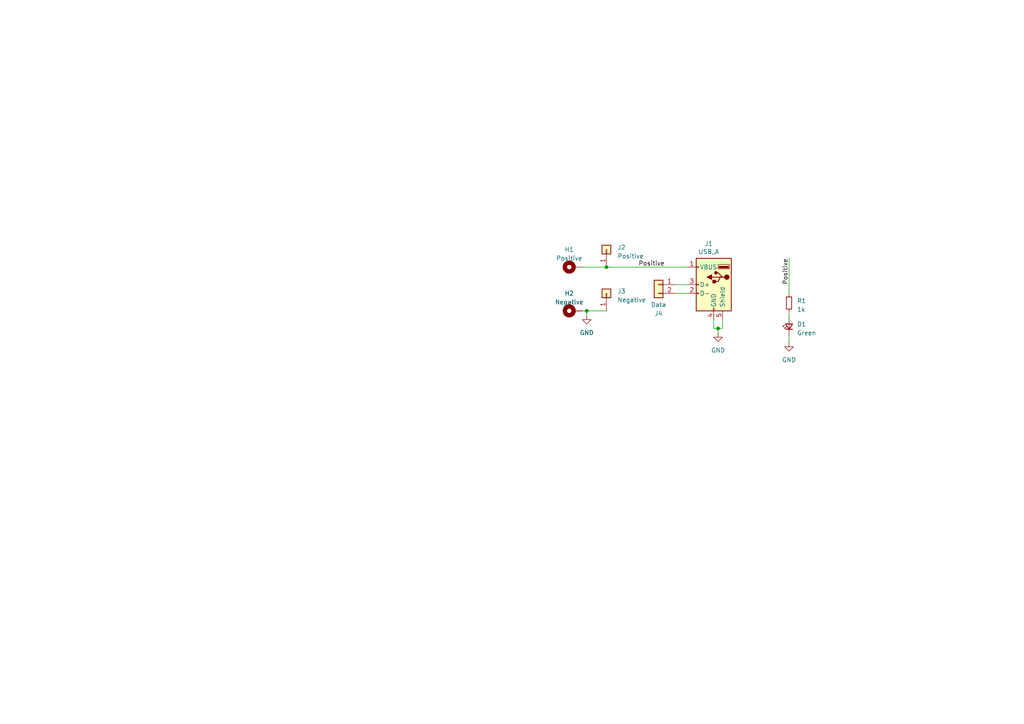
<source format=kicad_sch>
(kicad_sch (version 20221206) (generator eeschema)
  (paper "A4")
  (lib_symbols
    (symbol "Connector:USB_A" (pin_names (offset 1.016))
      (property "Reference" "J" (at -5.08 11.43 0))
      (property "Value" "USB_A" (at -5.08 8.89 0))
      (symbol "USB_A_0_1"
        (rectangle (start -5.08 -7.62) (end 5.08 7.62) (stroke (width 0.254)) (fill (type background)))
        (circle (center -3.81 2.159) (radius 0.635) (stroke (width 0.254)) (fill (type outline)))
        (rectangle (start -1.524 4.826) (end -4.318 5.334) (fill (type outline)))
        (rectangle (start -1.27 4.572) (end -4.572 5.842))
        (circle (center -0.635 3.429) (radius 0.381) (stroke (width 0.254)) (fill (type outline)))
        (rectangle (start -0.127 -7.62) (end 0.127 -6.858))
        (polyline (pts (xy -3.175 2.159) (xy -2.54 2.159) (xy -1.27 3.429) (xy -0.635 3.429)) (stroke (width 0.254)))
        (polyline (pts (xy -2.54 2.159) (xy -1.905 2.159) (xy -1.27 0.889) (xy 0 0.889)) (stroke (width 0.254)))
        (polyline (pts (xy 0.635 2.794) (xy 0.635 1.524) (xy 1.905 2.159) (xy 0.635 2.794)) (stroke (width 0.254)) (fill (type outline)))
        (rectangle (start 0.254 1.27) (end -0.508 0.508) (stroke (width 0.254)) (fill (type outline)))
        (rectangle (start 5.08 -2.667) (end 4.318 -2.413))
        (rectangle (start 5.08 -0.127) (end 4.318 0.127))
        (rectangle (start 5.08 4.953) (end 4.318 5.207))
      )
      (symbol "USB_A_1_1"
        (polyline (pts (xy -1.905 2.159) (xy 0.635 2.159)) (stroke (width 0.254)))
        (pin power_in line (at 7.62 5.08 180) (length 2.54) (name "VBUS") (number "1"))
        (pin bidirectional line (at 7.62 -2.54 180) (length 2.54) (name "D-") (number "2"))
        (pin bidirectional line (at 7.62 0 180) (length 2.54) (name "D+") (number "3"))
        (pin power_in line (at 0 -10.16 90) (length 2.54) (name "GND") (number "4"))
        (pin passive line (at -2.54 -10.16 90) (length 2.54) (name "Shield") (number "5"))
      )
    )
    (symbol "Connector_Generic:Conn_01x01" (pin_names (offset 1.016) hide)
      (property "Reference" "J" (at 0 2.54 0))
      (property "Value" "Conn_01x01" (at 0 -2.54 0))
      (symbol "Conn_01x01_1_1"
        (rectangle (start -1.27 0.127) (end 0 -0.127) (stroke (width 0.1524)))
        (rectangle (start -1.27 1.27) (end 1.27 -1.27) (stroke (width 0.254)) (fill (type background)))
        (pin passive line (at -5.08 0 0) (length 3.81) (name "Pin_1") (number "1"))
      )
    )
    (symbol "Connector_Generic:Conn_01x02" (pin_names (offset 1.016) hide)
      (property "Reference" "J" (at 0 2.54 0))
      (property "Value" "Conn_01x02" (at 0 -5.08 0))
      (symbol "Conn_01x02_1_1"
        (rectangle (start -1.27 -2.413) (end 0 -2.667) (stroke (width 0.1524)))
        (rectangle (start -1.27 0.127) (end 0 -0.127) (stroke (width 0.1524)))
        (rectangle (start -1.27 1.27) (end 1.27 -3.81) (stroke (width 0.254)) (fill (type background)))
        (pin passive line (at -5.08 0 0) (length 3.81) (name "Pin_1") (number "1"))
        (pin passive line (at -5.08 -2.54 0) (length 3.81) (name "Pin_2") (number "2"))
      )
    )
    (symbol "Device:LED_Small" (pin_numbers hide) (pin_names (offset 0.254) hide)
      (property "Reference" "D" (at -1.27 3.175 0))
      (property "Value" "LED_Small" (at -4.445 -2.54 0))
      (symbol "LED_Small_0_1"
        (polyline (pts (xy -0.762 -1.016) (xy -0.762 1.016)) (stroke (width 0.254)))
        (polyline (pts (xy 1.016 0) (xy -0.762 0)))
        (polyline (pts (xy 0.762 -1.016) (xy -0.762 0) (xy 0.762 1.016) (xy 0.762 -1.016)) (stroke (width 0.254)))
        (polyline (pts (xy 0 0.762) (xy -0.508 1.27) (xy -0.254 1.27) (xy -0.508 1.27) (xy -0.508 1.016)))
        (polyline (pts (xy 0.508 1.27) (xy 0 1.778) (xy 0.254 1.778) (xy 0 1.778) (xy 0 1.524)))
      )
      (symbol "LED_Small_1_1"
        (pin passive line (at -2.54 0 0) (length 1.778) (name "K") (number "1"))
        (pin passive line (at 2.54 0 180) (length 1.778) (name "A") (number "2"))
      )
    )
    (symbol "Device:R_Small" (pin_numbers hide) (pin_names (offset 0.254) hide)
      (property "Reference" "R" (at 0.762 0.508 0))
      (property "Value" "R_Small" (at 0.762 -1.016 0))
      (symbol "R_Small_0_1"
        (rectangle (start -0.762 1.778) (end 0.762 -1.778) (stroke (width 0.2032)))
      )
      (symbol "R_Small_1_1"
        (pin passive line (at 0 2.54 270) (length 0.762) (name "~") (number "1"))
        (pin passive line (at 0 -2.54 90) (length 0.762) (name "~") (number "2"))
      )
    )
    (symbol "Mechanical:MountingHole_Pad" (pin_numbers hide) (pin_names (offset 1.016) hide)
      (property "Reference" "H" (at 0 6.35 0))
      (property "Value" "MountingHole_Pad" (at 0 4.445 0))
      (symbol "MountingHole_Pad_0_1"
        (circle (center 0 1.27) (radius 1.27) (stroke (width 1.27)))
      )
      (symbol "MountingHole_Pad_1_1"
        (pin input line (at 0 -2.54 90) (length 2.54) (name "1") (number "1"))
      )
    )
    (symbol "power:GND" (power) (pin_names (offset 0))
      (property "Value" "GND" (at 0 -3.81 0))
      (symbol "GND_0_1"
        (polyline (pts (xy 0 0) (xy 0 -1.27) (xy 1.27 -1.27) (xy 0 -2.54) (xy -1.27 -1.27) (xy 0 -1.27)))
      )
      (symbol "GND_1_1"
        (pin power_in line (at 0 0 270) (length 0) hide (name "GND") (number "1"))
      )
    )
  )
  (junction (at 208.28 95.25))
  (junction (at 170.18 90.17))
  (junction (at 175.895 77.47))
  (wire (pts (xy 168.91 90.17) (xy 170.18 90.17)))
  (wire (pts (xy 208.28 95.25) (xy 208.28 96.52)))
  (wire (pts (xy 228.854 90.424) (xy 228.854 92.202)))
  (wire (pts (xy 228.854 97.282) (xy 228.854 99.314)))
  (wire (pts (xy 168.91 77.47) (xy 175.895 77.47)))
  (wire (pts (xy 170.18 90.17) (xy 170.18 91.44)))
  (wire (pts (xy 170.18 90.17) (xy 175.895 90.17)))
  (wire (pts (xy 208.28 95.25) (xy 209.55 95.25)))
  (wire (pts (xy 207.01 92.71) (xy 207.01 95.25)))
  (wire (pts (xy 196.088 85.09) (xy 199.39 85.09)))
  (wire (pts (xy 196.088 82.55) (xy 199.39 82.55)))
  (wire (pts (xy 175.895 77.47) (xy 199.39 77.47)))
  (wire (pts (xy 209.55 95.25) (xy 209.55 92.71)))
  (wire (pts (xy 228.854 74.93) (xy 228.854 85.344)))
  (wire (pts (xy 207.01 95.25) (xy 208.28 95.25)))
  (label "Positive" (at 185.166 77.47 0) (property "Netclass" "Power" (effects hide)))
  (label "Positive" (at 228.854 74.93 270) (property "Netclass" "Power" (effects hide)))
  (symbol (lib_id "Mechanical:MountingHole_Pad") (at 166.37 90.17 90) (unit 1)
    (property "Reference" "H2" (at 165.1 85.09 90))
    (property "Value" "Negative" (at 165.1 87.63 90))
    (property "Footprint" "MountingHole:MountingHole_3.2mm_M3_Pad_Via" (effects hide))
  )
  (symbol (lib_id "power:GND") (at 170.18 91.44 0) (unit 1)
    (property "Reference" "#PWR02" (effects hide))
    (property "Value" "GND" (at 170.18 96.52 0))
  )
  (symbol (lib_id "power:GND") (at 208.28 96.52 0) (unit 1)
    (property "Reference" "#PWR01" (effects hide))
    (property "Value" "GND" (at 208.28 101.6 0))
  )
  (symbol (lib_id "Connector:USB_A") (at 207.01 82.55 0) (mirror y) (unit 1)
    (property "Reference" "J1" (at 205.5622 70.6882 0))
    (property "Value" "USB_A" (at 205.5622 72.9996 0))
    (property "Footprint" "My Libraries:USB_A_GCT_USB1125" (effects hide))
    (property "Datasheet" " ~" (effects hide))
    (property "MPN" "USB1125-GF-B" (effects hide))
    (property "SPN" "86AH2018" (effects hide))
  )
  (symbol (lib_id "power:GND") (at 228.854 99.314 0) (unit 1)
    (property "Reference" "#PWR03" (effects hide))
    (property "Value" "GND" (at 228.854 104.394 0))
  )
  (symbol (lib_id "Connector_Generic:Conn_01x01") (at 175.895 85.09 90) (unit 1)
    (property "Reference" "J3" (at 179.07 84.455 90) (effects (justify right)))
    (property "Value" "Negative" (at 179.07 86.995 90) (effects (justify right)))
    (property "Footprint" "Connector_PinHeader_2.54mm:PinHeader_1x01_P2.54mm_Vertical" (effects hide))
  )
  (symbol (lib_id "Connector_Generic:Conn_01x02") (at 191.008 82.55 0) (mirror y) (unit 1)
    (property "Reference" "J4" (at 191.008 90.932 0))
    (property "Value" "Data" (at 191.008 88.392 0))
    (property "Footprint" "Connector_PinHeader_2.54mm:PinHeader_1x02_P2.54mm_Vertical" (effects hide))
  )
  (symbol (lib_id "Device:R_Small") (at 228.854 87.884 0) (unit 1)
    (property "Reference" "R1" (at 231.14 87.249 0) (effects (justify left)))
    (property "Value" "1k" (at 231.14 89.789 0) (effects (justify left)))
    (property "Footprint" "Resistor_SMD:R_1206_3216Metric_Pad1.30x1.75mm_HandSolder" (effects hide))
  )
  (symbol (lib_id "Mechanical:MountingHole_Pad") (at 166.37 77.47 90) (unit 1)
    (property "Reference" "H1" (at 165.1 72.39 90))
    (property "Value" "Positive" (at 165.1 74.93 90))
    (property "Footprint" "MountingHole:MountingHole_3.2mm_M3_Pad_Via" (effects hide))
  )
  (symbol (lib_id "Device:LED_Small") (at 228.854 94.742 90) (unit 1)
    (property "Reference" "D1" (at 231.14 94.0435 90) (effects (justify right)))
    (property "Value" "Green" (at 231.14 96.5835 90) (effects (justify right)))
    (property "Footprint" "LED_SMD:LED_1206_3216Metric_Pad1.42x1.75mm_HandSolder" (effects hide))
  )
  (symbol (lib_id "Connector_Generic:Conn_01x01") (at 175.895 72.39 90) (unit 1)
    (property "Reference" "J2" (at 179.07 71.755 90) (effects (justify right)))
    (property "Value" "Positive" (at 179.07 74.295 90) (effects (justify right)))
    (property "Footprint" "Connector_PinHeader_2.54mm:PinHeader_1x01_P2.54mm_Vertical" (effects hide))
  )
)
</source>
